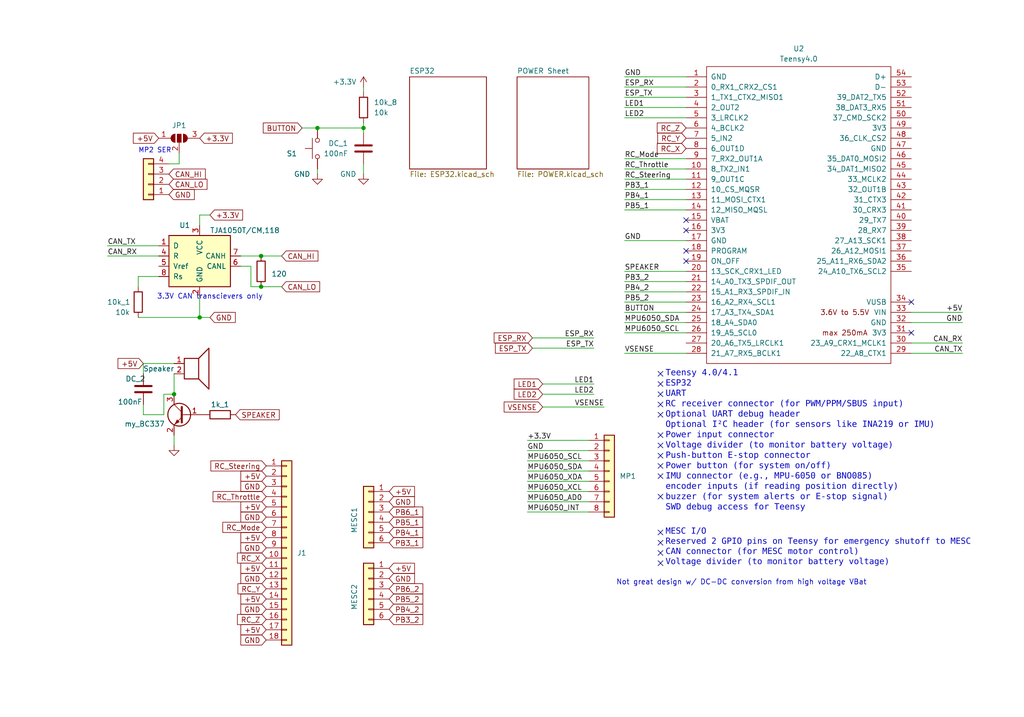
<source format=kicad_sch>
(kicad_sch (version 20231120) (generator "eeschema") (generator_version "8.0")
  (paper "User" 254 177.8)
  (lib_symbols
    (symbol "Connector_Generic:Conn_01x04" (pin_names (offset 1.016) hide)
      (property "Reference" "J" (at 0 5.08 0))
      (property "Value" "Conn_01x04" (at 0 -7.62 0))
      (symbol "Conn_01x04_1_1"
        (rectangle (start -1.27 -4.953) (end 0 -5.207) (stroke (width 0.1524)))
        (rectangle (start -1.27 -2.413) (end 0 -2.667) (stroke (width 0.1524)))
        (rectangle (start -1.27 0.127) (end 0 -0.127) (stroke (width 0.1524)))
        (rectangle (start -1.27 2.667) (end 0 2.413) (stroke (width 0.1524)))
        (rectangle (start -1.27 3.81) (end 1.27 -6.35) (stroke (width 0.254)) (fill (type background)))
        (pin passive line (at -5.08 2.54 0) (length 3.81) (name "Pin_1") (number "1"))
        (pin passive line (at -5.08 0 0) (length 3.81) (name "Pin_2") (number "2"))
        (pin passive line (at -5.08 -2.54 0) (length 3.81) (name "Pin_3") (number "3"))
        (pin passive line (at -5.08 -5.08 0) (length 3.81) (name "Pin_4") (number "4"))
      )
    )
    (symbol "Connector_Generic:Conn_01x06" (pin_names (offset 1.016) hide)
      (property "Reference" "J" (at 0 7.62 0))
      (property "Value" "Conn_01x06" (at 0 -10.16 0))
      (symbol "Conn_01x06_1_1"
        (rectangle (start -1.27 -7.493) (end 0 -7.747) (stroke (width 0.1524)))
        (rectangle (start -1.27 -4.953) (end 0 -5.207) (stroke (width 0.1524)))
        (rectangle (start -1.27 -2.413) (end 0 -2.667) (stroke (width 0.1524)))
        (rectangle (start -1.27 0.127) (end 0 -0.127) (stroke (width 0.1524)))
        (rectangle (start -1.27 2.667) (end 0 2.413) (stroke (width 0.1524)))
        (rectangle (start -1.27 5.207) (end 0 4.953) (stroke (width 0.1524)))
        (rectangle (start -1.27 6.35) (end 1.27 -8.89) (stroke (width 0.254)) (fill (type background)))
        (pin passive line (at -5.08 5.08 0) (length 3.81) (name "Pin_1") (number "1"))
        (pin passive line (at -5.08 2.54 0) (length 3.81) (name "Pin_2") (number "2"))
        (pin passive line (at -5.08 0 0) (length 3.81) (name "Pin_3") (number "3"))
        (pin passive line (at -5.08 -2.54 0) (length 3.81) (name "Pin_4") (number "4"))
        (pin passive line (at -5.08 -5.08 0) (length 3.81) (name "Pin_5") (number "5"))
        (pin passive line (at -5.08 -7.62 0) (length 3.81) (name "Pin_6") (number "6"))
      )
    )
    (symbol "Connector_Generic:Conn_01x08" (pin_names (offset 1.016) hide)
      (property "Reference" "J" (at 0 10.16 0))
      (property "Value" "Conn_01x08" (at 0 -12.7 0))
      (symbol "Conn_01x08_1_1"
        (rectangle (start -1.27 -10.033) (end 0 -10.287) (stroke (width 0.1524)))
        (rectangle (start -1.27 -7.493) (end 0 -7.747) (stroke (width 0.1524)))
        (rectangle (start -1.27 -4.953) (end 0 -5.207) (stroke (width 0.1524)))
        (rectangle (start -1.27 -2.413) (end 0 -2.667) (stroke (width 0.1524)))
        (rectangle (start -1.27 0.127) (end 0 -0.127) (stroke (width 0.1524)))
        (rectangle (start -1.27 2.667) (end 0 2.413) (stroke (width 0.1524)))
        (rectangle (start -1.27 5.207) (end 0 4.953) (stroke (width 0.1524)))
        (rectangle (start -1.27 7.747) (end 0 7.493) (stroke (width 0.1524)))
        (rectangle (start -1.27 8.89) (end 1.27 -11.43) (stroke (width 0.254)) (fill (type background)))
        (pin passive line (at -5.08 7.62 0) (length 3.81) (name "Pin_1") (number "1"))
        (pin passive line (at -5.08 5.08 0) (length 3.81) (name "Pin_2") (number "2"))
        (pin passive line (at -5.08 2.54 0) (length 3.81) (name "Pin_3") (number "3"))
        (pin passive line (at -5.08 0 0) (length 3.81) (name "Pin_4") (number "4"))
        (pin passive line (at -5.08 -2.54 0) (length 3.81) (name "Pin_5") (number "5"))
        (pin passive line (at -5.08 -5.08 0) (length 3.81) (name "Pin_6") (number "6"))
        (pin passive line (at -5.08 -7.62 0) (length 3.81) (name "Pin_7") (number "7"))
        (pin passive line (at -5.08 -10.16 0) (length 3.81) (name "Pin_8") (number "8"))
      )
    )
    (symbol "Connector_Generic:Conn_01x18" (pin_names (offset 1.016) hide)
      (property "Reference" "J" (at 0 22.86 0))
      (property "Value" "Conn_01x18" (at 0 -25.4 0))
      (symbol "Conn_01x18_1_1"
        (rectangle (start -1.27 -22.733) (end 0 -22.987) (stroke (width 0.1524)))
        (rectangle (start -1.27 -20.193) (end 0 -20.447) (stroke (width 0.1524)))
        (rectangle (start -1.27 -17.653) (end 0 -17.907) (stroke (width 0.1524)))
        (rectangle (start -1.27 -15.113) (end 0 -15.367) (stroke (width 0.1524)))
        (rectangle (start -1.27 -12.573) (end 0 -12.827) (stroke (width 0.1524)))
        (rectangle (start -1.27 -10.033) (end 0 -10.287) (stroke (width 0.1524)))
        (rectangle (start -1.27 -7.493) (end 0 -7.747) (stroke (width 0.1524)))
        (rectangle (start -1.27 -4.953) (end 0 -5.207) (stroke (width 0.1524)))
        (rectangle (start -1.27 -2.413) (end 0 -2.667) (stroke (width 0.1524)))
        (rectangle (start -1.27 0.127) (end 0 -0.127) (stroke (width 0.1524)))
        (rectangle (start -1.27 2.667) (end 0 2.413) (stroke (width 0.1524)))
        (rectangle (start -1.27 5.207) (end 0 4.953) (stroke (width 0.1524)))
        (rectangle (start -1.27 7.747) (end 0 7.493) (stroke (width 0.1524)))
        (rectangle (start -1.27 10.287) (end 0 10.033) (stroke (width 0.1524)))
        (rectangle (start -1.27 12.827) (end 0 12.573) (stroke (width 0.1524)))
        (rectangle (start -1.27 15.367) (end 0 15.113) (stroke (width 0.1524)))
        (rectangle (start -1.27 17.907) (end 0 17.653) (stroke (width 0.1524)))
        (rectangle (start -1.27 20.447) (end 0 20.193) (stroke (width 0.1524)))
        (rectangle (start -1.27 21.59) (end 1.27 -24.13) (stroke (width 0.254)) (fill (type background)))
        (pin passive line (at -5.08 20.32 0) (length 3.81) (name "Pin_1") (number "1"))
        (pin passive line (at -5.08 -2.54 0) (length 3.81) (name "Pin_10") (number "10"))
        (pin passive line (at -5.08 -5.08 0) (length 3.81) (name "Pin_11") (number "11"))
        (pin passive line (at -5.08 -7.62 0) (length 3.81) (name "Pin_12") (number "12"))
        (pin passive line (at -5.08 -10.16 0) (length 3.81) (name "Pin_13") (number "13"))
        (pin passive line (at -5.08 -12.7 0) (length 3.81) (name "Pin_14") (number "14"))
        (pin passive line (at -5.08 -15.24 0) (length 3.81) (name "Pin_15") (number "15"))
        (pin passive line (at -5.08 -17.78 0) (length 3.81) (name "Pin_16") (number "16"))
        (pin passive line (at -5.08 -20.32 0) (length 3.81) (name "Pin_17") (number "17"))
        (pin passive line (at -5.08 -22.86 0) (length 3.81) (name "Pin_18") (number "18"))
        (pin passive line (at -5.08 17.78 0) (length 3.81) (name "Pin_2") (number "2"))
        (pin passive line (at -5.08 15.24 0) (length 3.81) (name "Pin_3") (number "3"))
        (pin passive line (at -5.08 12.7 0) (length 3.81) (name "Pin_4") (number "4"))
        (pin passive line (at -5.08 10.16 0) (length 3.81) (name "Pin_5") (number "5"))
        (pin passive line (at -5.08 7.62 0) (length 3.81) (name "Pin_6") (number "6"))
        (pin passive line (at -5.08 5.08 0) (length 3.81) (name "Pin_7") (number "7"))
        (pin passive line (at -5.08 2.54 0) (length 3.81) (name "Pin_8") (number "8"))
        (pin passive line (at -5.08 0 0) (length 3.81) (name "Pin_9") (number "9"))
      )
    )
    (symbol "Device:C" (pin_numbers hide) (pin_names (offset 0.254))
      (property "Reference" "C" (at 0.635 2.54 0))
      (property "Value" "C" (at 0.635 -2.54 0))
      (symbol "C_0_1"
        (polyline (pts (xy -2.032 -0.762) (xy 2.032 -0.762)) (stroke (width 0.508)))
        (polyline (pts (xy -2.032 0.762) (xy 2.032 0.762)) (stroke (width 0.508)))
      )
      (symbol "C_1_1"
        (pin passive line (at 0 3.81 270) (length 2.794) (name "~") (number "1"))
        (pin passive line (at 0 -3.81 90) (length 2.794) (name "~") (number "2"))
      )
    )
    (symbol "Device:R" (pin_numbers hide) (pin_names (offset 0))
      (property "Reference" "R" (at 2.032 0 90))
      (property "Value" "R" (at 0 0 90))
      (symbol "R_0_1"
        (rectangle (start -1.016 -2.54) (end 1.016 2.54) (stroke (width 0.254)))
      )
      (symbol "R_1_1"
        (pin passive line (at 0 3.81 270) (length 1.27) (name "~") (number "1"))
        (pin passive line (at 0 -3.81 90) (length 1.27) (name "~") (number "2"))
      )
    )
    (symbol "Device:Speaker" (pin_names (offset 0) hide)
      (property "Reference" "LS" (at 1.27 5.715 0))
      (property "Value" "Speaker" (at 1.27 3.81 0))
      (symbol "Speaker_0_0"
        (rectangle (start -2.54 1.27) (end 1.016 -3.81) (stroke (width 0.254)))
        (polyline (pts (xy 1.016 1.27) (xy 3.556 3.81) (xy 3.556 -6.35) (xy 1.016 -3.81)) (stroke (width 0.254)))
      )
      (symbol "Speaker_1_1"
        (pin input line (at -5.08 0 0) (length 2.54) (name "1") (number "1"))
        (pin input line (at -5.08 -2.54 0) (length 2.54) (name "2") (number "2"))
      )
    )
    (symbol "Interface_CAN_LIN:SN65HVD230" (pin_names (offset 1.016))
      (property "Reference" "U" (at -2.54 10.16 0))
      (property "Value" "SN65HVD230" (at -2.54 7.62 0))
      (symbol "SN65HVD230_0_1"
        (rectangle (start -7.62 5.08) (end 7.62 -7.62) (stroke (width 0.254)) (fill (type background)))
      )
      (symbol "SN65HVD230_1_1"
        (pin input line (at -10.16 2.54 0) (length 2.54) (name "D") (number "1"))
        (pin power_in line (at 0 -10.16 90) (length 2.54) (name "GND") (number "2"))
        (pin power_in line (at 0 7.62 270) (length 2.54) (name "VCC") (number "3"))
        (pin output line (at -10.16 0 0) (length 2.54) (name "R") (number "4"))
        (pin output line (at -10.16 -2.54 0) (length 2.54) (name "Vref") (number "5"))
        (pin bidirectional line (at 10.16 -2.54 180) (length 2.54) (name "CANL") (number "6"))
        (pin bidirectional line (at 10.16 0 180) (length 2.54) (name "CANH") (number "7"))
        (pin input line (at -10.16 -5.08 0) (length 2.54) (name "Rs") (number "8"))
      )
    )
    (symbol "Jumper:SolderJumper_3_Open" (pin_names (offset 0) hide)
      (property "Reference" "JP" (at -2.54 -2.54 0))
      (property "Value" "SolderJumper_3_Open" (at 0 2.794 0))
      (symbol "SolderJumper_3_Open_0_1"
        (arc (start -1.016 1.016) (mid -2.0276 0) (end -1.016 -1.016))
        (arc (start -1.016 1.016) (mid -2.0276 0) (end -1.016 -1.016) (fill (type outline)))
        (rectangle (start -0.508 1.016) (end 0.508 -1.016) (fill (type outline)))
        (polyline (pts (xy -2.54 0) (xy -2.032 0)))
        (polyline (pts (xy -1.016 1.016) (xy -1.016 -1.016)))
        (polyline (pts (xy 0 -1.27) (xy 0 -1.016)))
        (polyline (pts (xy 1.016 1.016) (xy 1.016 -1.016)))
        (polyline (pts (xy 2.54 0) (xy 2.032 0)))
        (arc (start 1.016 -1.016) (mid 2.0276 0) (end 1.016 1.016))
        (arc (start 1.016 -1.016) (mid 2.0276 0) (end 1.016 1.016) (fill (type outline)))
      )
      (symbol "SolderJumper_3_Open_1_1"
        (pin passive line (at -5.08 0 0) (length 2.54) (name "A") (number "1"))
        (pin passive line (at 0 -3.81 90) (length 2.54) (name "C") (number "2"))
        (pin passive line (at 5.08 0 180) (length 2.54) (name "B") (number "3"))
      )
    )
    (symbol "SW_Push_11" (pin_numbers hide) (pin_names (offset 1.016) hide)
      (property "Reference" "SW" (at 1.27 2.54 0))
      (property "Value" "SW_Push_11" (at 0 -1.524 0))
      (symbol "SW_Push_11_0_1"
        (circle (center -2.032 0) (radius 0.508))
        (polyline (pts (xy 0 1.27) (xy 0 3.048)))
        (polyline (pts (xy 2.54 1.27) (xy -2.54 1.27)))
        (circle (center 2.032 0) (radius 0.508))
        (pin passive line (at -5.08 0 0) (length 2.54) (name "1") (number "1"))
        (pin passive line (at 5.08 0 180) (length 2.54) (name "2") (number "2"))
      )
    )
    (symbol "Transistor_BJT:my_BC337" (pin_names (offset 0) hide)
      (property "Value" "my_BC337" (at 5.08 0.0001 0))
      (symbol "my_BC337_0_1"
        (polyline (pts (xy 0 0) (xy 0.635 0)))
        (polyline (pts (xy 0.635 0.635) (xy 2.54 2.54)))
        (polyline (pts (xy 0.635 -0.635) (xy 2.54 -2.54) (xy 2.54 -2.54)))
        (polyline (pts (xy 0.635 1.905) (xy 0.635 -1.905) (xy 0.635 -1.905)) (stroke (width 0.508)))
        (polyline (pts (xy 1.27 -1.778) (xy 1.778 -1.27) (xy 2.286 -2.286) (xy 1.27 -1.778) (xy 1.27 -1.778)) (fill (type outline)))
        (circle (center 1.27 0) (radius 2.8194) (stroke (width 0.254)))
      )
      (symbol "my_BC337_1_1"
        (pin input line (at -5.08 0 0) (length 5.08) (name "B") (number "1"))
        (pin passive line (at 2.54 -5.08 90) (length 2.54) (name "E") (number "2"))
        (pin passive line (at 2.54 5.08 270) (length 2.54) (name "C") (number "3"))
      )
    )
    (symbol "power:+3.3V" (power) (pin_names (offset 0))
      (property "Value" "+3.3V" (at 0 3.556 0))
      (symbol "+3.3V_0_1"
        (polyline (pts (xy -0.762 1.27) (xy 0 2.54)))
        (polyline (pts (xy 0 0) (xy 0 2.54)))
        (polyline (pts (xy 0 2.54) (xy 0.762 1.27)))
      )
      (symbol "+3.3V_1_1"
        (pin power_in line (at 0 0 90) (length 0) hide (name "+3.3V") (number "1"))
      )
    )
    (symbol "power:GND" (power) (pin_names (offset 0))
      (property "Value" "GND" (at 0 -3.81 0))
      (symbol "GND_0_1"
        (polyline (pts (xy 0 0) (xy 0 -1.27) (xy 1.27 -1.27) (xy 0 -2.54) (xy -1.27 -1.27) (xy 0 -1.27)))
      )
      (symbol "GND_1_1"
        (pin power_in line (at 0 0 270) (length 0) hide (name "GND") (number "1"))
      )
    )
    (symbol "teensy:Teensy4.0" (pin_names (offset 1.016))
      (property "Reference" "U" (at 0 39.37 0))
      (property "Value" "Teensy4.0" (at 0 -39.37 0))
      (symbol "Teensy4.0_0_0"
        (text "3.6V to 5.5V" (at 11.43 -24.13 0) (effects (font (size 1.27 1.27))))
        (text "max 250mA" (at 11.43 -29.21 0) (effects (font (size 1.27 1.27))))
        (pin bidirectional line (at -27.94 11.43 0) (length 5.08) (name "8_TX2_IN1") (number "10"))
        (pin bidirectional line (at -27.94 8.89 0) (length 5.08) (name "9_OUT1C") (number "11"))
        (pin bidirectional line (at -27.94 6.35 0) (length 5.08) (name "10_CS_MQSR") (number "12"))
        (pin bidirectional line (at -27.94 3.81 0) (length 5.08) (name "11_MOSI_CTX1") (number "13"))
        (pin bidirectional line (at -27.94 1.27 0) (length 5.08) (name "12_MISO_MQSL") (number "14"))
        (pin power_in line (at -27.94 -1.27 0) (length 5.08) (name "VBAT") (number "15"))
        (pin power_in line (at -27.94 -3.81 0) (length 5.08) (name "3V3") (number "16"))
        (pin power_in line (at -27.94 -6.35 0) (length 5.08) (name "GND") (number "17"))
        (pin input line (at -27.94 -8.89 0) (length 5.08) (name "PROGRAM") (number "18"))
        (pin input line (at -27.94 -11.43 0) (length 5.08) (name "ON_OFF") (number "19"))
        (pin bidirectional line (at -27.94 -13.97 0) (length 5.08) (name "13_SCK_CRX1_LED") (number "20"))
        (pin bidirectional line (at -27.94 -16.51 0) (length 5.08) (name "14_A0_TX3_SPDIF_OUT") (number "21"))
        (pin bidirectional line (at -27.94 -19.05 0) (length 5.08) (name "15_A1_RX3_SPDIF_IN") (number "22"))
        (pin bidirectional line (at -27.94 -21.59 0) (length 5.08) (name "16_A2_RX4_SCL1") (number "23"))
        (pin bidirectional line (at -27.94 -24.13 0) (length 5.08) (name "17_A3_TX4_SDA1") (number "24"))
        (pin bidirectional line (at -27.94 -26.67 0) (length 5.08) (name "18_A4_SDA0") (number "25"))
        (pin bidirectional line (at -27.94 -29.21 0) (length 5.08) (name "19_A5_SCL0") (number "26"))
        (pin bidirectional line (at -27.94 -31.75 0) (length 5.08) (name "20_A6_TX5_LRCLK1") (number "27"))
        (pin bidirectional line (at -27.94 -34.29 0) (length 5.08) (name "21_A7_RX5_BCLK1") (number "28"))
        (pin bidirectional line (at 27.94 -34.29 180) (length 5.08) (name "22_A8_CTX1") (number "29"))
        (pin bidirectional line (at 27.94 -31.75 180) (length 5.08) (name "23_A9_CRX1_MCLK1") (number "30"))
        (pin power_out line (at 27.94 -29.21 180) (length 5.08) (name "3V3") (number "31"))
        (pin power_in line (at 27.94 -26.67 180) (length 5.08) (name "GND") (number "32"))
        (pin power_in line (at 27.94 -24.13 180) (length 5.08) (name "VIN") (number "33"))
        (pin power_out line (at 27.94 -21.59 180) (length 5.08) (name "VUSB") (number "34"))
        (pin bidirectional line (at 27.94 -13.97 180) (length 5.08) (name "24_A10_TX6_SCL2") (number "35"))
        (pin bidirectional line (at 27.94 -11.43 180) (length 5.08) (name "25_A11_RX6_SDA2") (number "36"))
        (pin bidirectional line (at 27.94 -8.89 180) (length 5.08) (name "26_A12_MOSI1") (number "37"))
        (pin bidirectional line (at 27.94 -6.35 180) (length 5.08) (name "27_A13_SCK1") (number "38"))
        (pin bidirectional line (at 27.94 -3.81 180) (length 5.08) (name "28_RX7") (number "39"))
        (pin bidirectional line (at 27.94 -1.27 180) (length 5.08) (name "29_TX7") (number "40"))
        (pin bidirectional line (at 27.94 1.27 180) (length 5.08) (name "30_CRX3") (number "41"))
        (pin bidirectional line (at 27.94 3.81 180) (length 5.08) (name "31_CTX3") (number "42"))
        (pin bidirectional line (at 27.94 6.35 180) (length 5.08) (name "32_OUT1B") (number "43"))
        (pin bidirectional line (at 27.94 8.89 180) (length 5.08) (name "33_MCLK2") (number "44"))
        (pin bidirectional line (at 27.94 11.43 180) (length 5.08) (name "34_DAT1_MISO2") (number "45"))
        (pin bidirectional line (at 27.94 13.97 180) (length 5.08) (name "35_DAT0_MOSI2") (number "46"))
        (pin power_out line (at 27.94 16.51 180) (length 5.08) (name "GND") (number "47"))
        (pin bidirectional line (at 27.94 19.05 180) (length 5.08) (name "36_CLK_CS2") (number "48"))
        (pin power_out line (at 27.94 21.59 180) (length 5.08) (name "3V3") (number "49"))
        (pin bidirectional line (at -27.94 24.13 0) (length 5.08) (name "3_LRCLK2") (number "5"))
        (pin bidirectional line (at 27.94 24.13 180) (length 5.08) (name "37_CMD_SCK2") (number "50"))
        (pin bidirectional line (at 27.94 26.67 180) (length 5.08) (name "38_DAT3_RX5") (number "51"))
        (pin bidirectional line (at 27.94 29.21 180) (length 5.08) (name "39_DAT2_TX5") (number "52"))
        (pin bidirectional line (at 27.94 31.75 180) (length 5.08) (name "D-") (number "53"))
        (pin bidirectional line (at 27.94 34.29 180) (length 5.08) (name "D+") (number "54"))
        (pin bidirectional line (at -27.94 21.59 0) (length 5.08) (name "4_BCLK2") (number "6"))
        (pin bidirectional line (at -27.94 19.05 0) (length 5.08) (name "5_IN2") (number "7"))
        (pin bidirectional line (at -27.94 16.51 0) (length 5.08) (name "6_OUT1D") (number "8"))
        (pin bidirectional line (at -27.94 13.97 0) (length 5.08) (name "7_RX2_OUT1A") (number "9"))
      )
      (symbol "Teensy4.0_0_1"
        (rectangle (start -22.86 36.83) (end 22.86 -36.83))
        (rectangle (start -20.32 -31.75) (end -20.32 -31.75))
      )
      (symbol "Teensy4.0_1_1"
        (pin power_in line (at -27.94 34.29 0) (length 5.08) (name "GND") (number "1"))
        (pin bidirectional line (at -27.94 31.75 0) (length 5.08) (name "0_RX1_CRX2_CS1") (number "2"))
        (pin bidirectional line (at -27.94 29.21 0) (length 5.08) (name "1_TX1_CTX2_MISO1") (number "3"))
        (pin bidirectional line (at -27.94 26.67 0) (length 5.08) (name "2_OUT2") (number "4"))
      )
    )
    (symbol "two_motor_driver-rescue:GND-power" (power) (pin_names (offset 0))
      (property "Value" "power_GND" (at 0 -3.81 0))
      (symbol "GND-power_0_1"
        (polyline (pts (xy 0 0) (xy 0 -1.27) (xy 1.27 -1.27) (xy 0 -2.54) (xy -1.27 -1.27) (xy 0 -1.27)))
      )
      (symbol "GND-power_1_1"
        (pin power_in line (at 0 0 270) (length 0) hide (name "GND") (number "1"))
      )
    )
  )
  (junction (at 90.17 31.75))
  (junction (at 43.18 97.79))
  (junction (at 49.53 78.74))
  (junction (at 64.77 63.5))
  (junction (at 78.74 31.75))
  (junction (at 64.77 71.12))
  (no_connect (at 163.83 123.19))
  (no_connect (at 163.83 95.25))
  (no_connect (at 163.83 97.79))
  (no_connect (at 163.83 102.87))
  (no_connect (at 170.18 64.77))
  (no_connect (at 163.83 134.62))
  (no_connect (at 163.83 100.33))
  (no_connect (at 163.83 92.71))
  (no_connect (at 163.83 113.03))
  (no_connect (at 170.18 62.23))
  (no_connect (at 163.83 115.57))
  (no_connect (at 226.06 82.55))
  (no_connect (at 163.83 132.08))
  (no_connect (at 170.18 57.15))
  (no_connect (at 163.83 110.49))
  (no_connect (at 170.18 54.61))
  (no_connect (at 163.83 118.11))
  (no_connect (at 226.06 74.93))
  (no_connect (at 163.83 107.95))
  (no_connect (at 163.83 139.7))
  (no_connect (at 163.83 137.16))
  (wire (pts (xy 154.94 82.55) (xy 170.18 82.55)))
  (wire (pts (xy 130.81 127) (xy 146.05 127)))
  (wire (pts (xy 90.17 30.48) (xy 90.17 31.75)))
  (wire (pts (xy 62.23 71.12) (xy 64.77 71.12)))
  (wire (pts (xy 154.94 59.69) (xy 170.18 59.69)))
  (wire (pts (xy 130.81 119.38) (xy 146.05 119.38)))
  (wire (pts (xy 74.93 31.75) (xy 78.74 31.75)))
  (wire (pts (xy 90.17 21.59) (xy 90.17 22.86)))
  (wire (pts (xy 34.29 68.58) (xy 39.37 68.58)))
  (wire (pts (xy 154.94 44.45) (xy 170.18 44.45)))
  (wire (pts (xy 238.76 87.63) (xy 226.06 87.63)))
  (wire (pts (xy 238.76 85.09) (xy 226.06 85.09)))
  (wire (pts (xy 52.07 78.74) (xy 49.53 78.74)))
  (wire (pts (xy 34.29 68.58) (xy 34.29 71.12)))
  (wire (pts (xy 238.76 77.47) (xy 226.06 77.47)))
  (wire (pts (xy 44.45 40.64) (xy 44.45 38.1)))
  (wire (pts (xy 147.32 86.36) (xy 132.08 86.36)))
  (wire (pts (xy 130.81 109.22) (xy 146.05 109.22)))
  (wire (pts (xy 130.81 111.76) (xy 146.05 111.76)))
  (wire (pts (xy 154.94 74.93) (xy 170.18 74.93)))
  (wire (pts (xy 130.81 114.3) (xy 146.05 114.3)))
  (wire (pts (xy 154.94 24.13) (xy 170.18 24.13)))
  (wire (pts (xy 154.94 39.37) (xy 170.18 39.37)))
  (wire (pts (xy 26.67 60.96) (xy 39.37 60.96)))
  (wire (pts (xy 40.64 97.79) (xy 43.18 97.79)))
  (wire (pts (xy 154.94 29.21) (xy 170.18 29.21)))
  (wire (pts (xy 154.94 72.39) (xy 170.18 72.39)))
  (wire (pts (xy 154.94 87.63) (xy 170.18 87.63)))
  (wire (pts (xy 154.94 46.99) (xy 170.18 46.99)))
  (wire (pts (xy 154.94 77.47) (xy 170.18 77.47)))
  (wire (pts (xy 35.56 90.17) (xy 35.56 92.71)))
  (wire (pts (xy 78.74 43.18) (xy 78.74 41.91)))
  (wire (pts (xy 59.69 63.5) (xy 64.77 63.5)))
  (wire (pts (xy 41.91 40.64) (xy 44.45 40.64)))
  (wire (pts (xy 43.18 107.95) (xy 43.18 110.49)))
  (wire (pts (xy 134.62 95.25) (xy 147.32 95.25)))
  (wire (pts (xy 64.77 63.5) (xy 69.85 63.5)))
  (wire (pts (xy 147.32 83.82) (xy 132.08 83.82)))
  (wire (pts (xy 62.23 66.04) (xy 62.23 71.12)))
  (wire (pts (xy 154.94 41.91) (xy 170.18 41.91)))
  (wire (pts (xy 78.74 31.75) (xy 90.17 31.75)))
  (wire (pts (xy 154.94 80.01) (xy 170.18 80.01)))
  (wire (pts (xy 130.81 124.46) (xy 146.05 124.46)))
  (wire (pts (xy 59.69 66.04) (xy 62.23 66.04)))
  (wire (pts (xy 64.77 71.12) (xy 69.85 71.12)))
  (wire (pts (xy 130.81 116.84) (xy 146.05 116.84)))
  (wire (pts (xy 35.56 90.17) (xy 43.18 90.17)))
  (wire (pts (xy 154.94 67.31) (xy 170.18 67.31)))
  (wire (pts (xy 90.17 43.18) (xy 90.17 40.64)))
  (wire (pts (xy 40.64 102.87) (xy 40.64 97.79)))
  (wire (pts (xy 154.94 19.05) (xy 170.18 19.05)))
  (wire (pts (xy 154.94 49.53) (xy 170.18 49.53)))
  (wire (pts (xy 154.94 26.67) (xy 170.18 26.67)))
  (wire (pts (xy 130.81 121.92) (xy 146.05 121.92)))
  (wire (pts (xy 154.94 52.07) (xy 170.18 52.07)))
  (wire (pts (xy 26.67 63.5) (xy 39.37 63.5)))
  (wire (pts (xy 49.53 53.34) (xy 49.53 55.88)))
  (wire (pts (xy 49.53 73.66) (xy 49.53 78.74)))
  (wire (pts (xy 154.94 69.85) (xy 170.18 69.85)))
  (wire (pts (xy 134.62 97.79) (xy 147.32 97.79)))
  (wire (pts (xy 90.17 31.75) (xy 90.17 33.02)))
  (wire (pts (xy 154.94 21.59) (xy 170.18 21.59)))
  (wire (pts (xy 35.56 100.33) (xy 35.56 102.87)))
  (wire (pts (xy 34.29 78.74) (xy 49.53 78.74)))
  (wire (pts (xy 35.56 102.87) (xy 40.64 102.87)))
  (wire (pts (xy 149.86 100.965) (xy 134.62 100.965)))
  (wire (pts (xy 43.18 92.71) (xy 43.18 97.79)))
  (wire (pts (xy 52.07 53.34) (xy 49.53 53.34)))
  (wire (pts (xy 238.76 80.01) (xy 226.06 80.01)))
  (text "Teensy 4.0/4.1\nESP32\nUART\nRC receiver connector (for PWM/PPM/SBUS input)\nOptional UART debug header\nOptional I²C header (for sensors like INA219 or IMU)\nPower input connector\nVoltage divider (to monitor battery voltage)\nPush-button E-stop connector\nPower button (for system on/off)\nIMU connector (e.g., MPU-6050 or BNO085)\nencoder inputs (if reading position directly)\nbuzzer (for system alerts or E-stop signal)\nSWD debug access for Teensy\n" (at 165.1 109.728 0) (effects (font (size 1.524 1.524)) (justify left)))
  (text "MP2 SER" (at 34.29 38.1 0) (effects (font (size 1.2 1.2)) (justify left bottom)))
  (text "MESC I/O\nReserved 2 GPIO pins on Teensy for emergency shutoff to MESC\nCAN connector (for MESC motor control)\nVoltage divider (to monitor battery voltage)\n\n" (at 165.1 137.414 0) (effects (font (size 1.4986 1.4986)) (justify left)))
  (text "3.3V CAN transcievers only" (at 52.07 73.66 0) (effects (font (size 1.27 1.27))))
  (text "Not great design w/ DC-DC conversion from high voltage VBat " (at 184.404 144.526 0) (effects (font (size 1.27 1.27))))
  (label "LED2" (at 147.32 97.79 180))
  (label "ESP_RX" (at 154.94 21.59 0))
  (label "CAN_RX" (at 238.76 85.09 180))
  (label "GND" (at 238.76 80.01 180))
  (label "VSENSE" (at 154.94 87.63 0))
  (label "MPU6050_XCL" (at 130.81 121.92 0))
  (label "ESP_RX" (at 147.32 83.82 180))
  (label "PB4_2" (at 154.94 72.39 0))
  (label "PB5_1" (at 154.94 52.07 0))
  (label "MPU6050_SCL" (at 130.81 114.3 0))
  (label "CAN_TX" (at 238.76 87.63 180))
  (label "MPU6050_AD0" (at 130.81 124.46 0))
  (label "PB3_2" (at 154.94 69.85 0))
  (label "GND" (at 154.94 19.05 0))
  (label "PB3_1" (at 154.94 46.99 0))
  (label "RC_Steering" (at 154.94 44.45 0))
  (label "GND" (at 154.94 59.69 0))
  (label "SPEAKER" (at 154.94 67.31 0))
  (label "ESP_TX" (at 154.94 24.13 0))
  (label "MPU6050_SCL" (at 154.94 82.55 0))
  (label "MPU6050_INT" (at 130.81 127 0))
  (label "MPU6050_SDA" (at 130.81 116.84 0))
  (label "CAN_RX" (at 26.67 63.5 0))
  (label "GND" (at 130.81 111.76 0))
  (label "LED2" (at 154.94 29.21 0))
  (label "VSENSE" (at 149.86 100.965 180))
  (label "+5V" (at 238.76 77.47 180))
  (label "RC_Mode" (at 154.94 39.37 0))
  (label "BUTTON" (at 154.94 77.47 0))
  (label "RC_Throttle" (at 154.94 41.91 0))
  (label "PB4_1" (at 154.94 49.53 0))
  (label "LED1" (at 147.32 95.25 180))
  (label "MPU6050_SDA" (at 154.94 80.01 0))
  (label "CAN_TX" (at 26.67 60.96 0))
  (label "LED1" (at 154.94 26.67 0))
  (label "PB5_2" (at 154.94 74.93 0))
  (label "+3.3V" (at 130.81 109.22 0))
  (label "ESP_TX" (at 147.32 86.36 180))
  (label "MPU6050_XDA" (at 130.81 119.38 0))
  (global_label "+5V" (shape input) (at 35.56 90.17 180) (property "Intersheetrefs" "${INTERSHEET_REFS}" (effects (hide yes))))
  (global_label "+5V" (shape input) (at 66.04 118.11 180) (property "Intersheetrefs" "${INTERSHEET_REFS}" (effects (hide yes))))
  (global_label "+3.3V" (shape input) (at 49.53 34.29 0) (property "Intersheetrefs" "${INTERSHEET_REFS}" (effects (hide yes))))
  (global_label "+5V" (shape input) (at 66.04 140.97 180) (property "Intersheetrefs" "${INTERSHEET_REFS}" (effects (hide yes))))
  (global_label "PB4_2" (shape input) (at 96.52 151.13 0) (property "Intersheetrefs" "${INTERSHEET_REFS}" (effects (hide yes))))
  (global_label "LED2" (shape input) (at 134.62 97.79 180) (property "Intersheetrefs" "${INTERSHEET_REFS}" (effects (hide yes))))
  (global_label "GND" (shape input) (at 96.52 143.51 0) (property "Intersheetrefs" "${INTERSHEET_REFS}" (effects (hide yes))))
  (global_label "PB3_1" (shape input) (at 96.52 134.62 0) (property "Intersheetrefs" "${INTERSHEET_REFS}" (effects (hide yes))))
  (global_label "+5V" (shape input) (at 66.04 148.59 180) (property "Intersheetrefs" "${INTERSHEET_REFS}" (effects (hide yes))))
  (global_label "+5V" (shape input) (at 39.37 34.29 180) (property "Intersheetrefs" "${INTERSHEET_REFS}" (effects (hide yes))))
  (global_label "GND" (shape input) (at 96.52 124.46 0) (property "Intersheetrefs" "${INTERSHEET_REFS}" (effects (hide yes))))
  (global_label "GND" (shape input) (at 52.07 78.74 0) (property "Intersheetrefs" "${INTERSHEET_REFS}" (effects (hide yes))))
  (global_label "RC_X" (shape input) (at 66.04 138.43 180) (property "Intersheetrefs" "${INTERSHEET_REFS}" (effects (hide yes))))
  (global_label "GND" (shape input) (at 66.04 120.65 180) (property "Intersheetrefs" "${INTERSHEET_REFS}" (effects (hide yes))))
  (global_label "LED1" (shape input) (at 134.62 95.25 180) (property "Intersheetrefs" "${INTERSHEET_REFS}" (effects (hide yes))))
  (global_label "+5V" (shape input) (at 96.52 121.92 0) (property "Intersheetrefs" "${INTERSHEET_REFS}" (effects (hide yes))))
  (global_label "RC_Y" (shape input) (at 66.04 146.05 180) (property "Intersheetrefs" "${INTERSHEET_REFS}" (effects (hide yes))))
  (global_label "PB6_2" (shape input) (at 96.52 146.05 0) (property "Intersheetrefs" "${INTERSHEET_REFS}" (effects (hide yes))))
  (global_label "ESP_RX" (shape input) (at 132.08 83.82 180) (property "Intersheetrefs" "${INTERSHEET_REFS}" (effects (hide yes))))
  (global_label "GND" (shape input) (at 41.91 48.26 0) (property "Intersheetrefs" "${INTERSHEET_REFS}" (effects (hide yes))))
  (global_label "+5V" (shape input) (at 96.52 140.97 0) (property "Intersheetrefs" "${INTERSHEET_REFS}" (effects (hide yes))))
  (global_label "PB3_2" (shape input) (at 96.52 153.67 0) (property "Intersheetrefs" "${INTERSHEET_REFS}" (effects (hide yes))))
  (global_label "RC_Mode" (shape input) (at 66.04 130.81 180) (property "Intersheetrefs" "${INTERSHEET_REFS}" (effects (hide yes))))
  (global_label "RC_Steering" (shape input) (at 66.04 115.57 180) (property "Intersheetrefs" "${INTERSHEET_REFS}" (effects (hide yes))))
  (global_label "GND" (shape input) (at 66.04 128.27 180) (property "Intersheetrefs" "${INTERSHEET_REFS}" (effects (hide yes))))
  (global_label "PB6_1" (shape input) (at 96.52 127 0) (property "Intersheetrefs" "${INTERSHEET_REFS}" (effects (hide yes))))
  (global_label "ESP_TX" (shape input) (at 132.08 86.36 180) (property "Intersheetrefs" "${INTERSHEET_REFS}" (effects (hide yes))))
  (global_label "CAN_LO" (shape input) (at 69.85 71.12 0) (property "Intersheetrefs" "${INTERSHEET_REFS}" (effects (hide yes))))
  (global_label "+5V" (shape input) (at 66.04 133.35 180) (property "Intersheetrefs" "${INTERSHEET_REFS}" (effects (hide yes))))
  (global_label "GND" (shape input) (at 66.04 158.75 180) (property "Intersheetrefs" "${INTERSHEET_REFS}" (effects (hide yes))))
  (global_label "CAN_HI" (shape input) (at 41.91 43.18 0) (property "Intersheetrefs" "${INTERSHEET_REFS}" (effects (hide yes))))
  (global_label "RC_Y" (shape input) (at 170.18 34.29 180) (property "Intersheetrefs" "${INTERSHEET_REFS}" (effects (hide yes))))
  (global_label "PB4_1" (shape input) (at 96.52 132.08 0) (property "Intersheetrefs" "${INTERSHEET_REFS}" (effects (hide yes))))
  (global_label "PB5_2" (shape input) (at 96.52 148.59 0) (property "Intersheetrefs" "${INTERSHEET_REFS}" (effects (hide yes))))
  (global_label "CAN_HI" (shape input) (at 69.85 63.5 0) (property "Intersheetrefs" "${INTERSHEET_REFS}" (effects (hide yes))))
  (global_label "RC_X" (shape input) (at 170.18 36.83 180) (property "Intersheetrefs" "${INTERSHEET_REFS}" (effects (hide yes))))
  (global_label "PB5_1" (shape input) (at 96.52 129.54 0) (property "Intersheetrefs" "${INTERSHEET_REFS}" (effects (hide yes))))
  (global_label "RC_Z" (shape input) (at 66.04 153.67 180) (property "Intersheetrefs" "${INTERSHEET_REFS}" (effects (hide yes))))
  (global_label "GND" (shape input) (at 66.04 151.13 180) (property "Intersheetrefs" "${INTERSHEET_REFS}" (effects (hide yes))))
  (global_label "GND" (shape input) (at 66.04 135.89 180) (property "Intersheetrefs" "${INTERSHEET_REFS}" (effects (hide yes))))
  (global_label "RC_Z" (shape input) (at 170.18 31.75 180) (property "Intersheetrefs" "${INTERSHEET_REFS}" (effects (hide yes))))
  (global_label "GND" (shape input) (at 66.04 143.51 180) (property "Intersheetrefs" "${INTERSHEET_REFS}" (effects (hide yes))))
  (global_label "+5V" (shape input) (at 66.04 125.73 180) (property "Intersheetrefs" "${INTERSHEET_REFS}" (effects (hide yes))))
  (global_label "+3.3V" (shape input) (at 52.07 53.34 0) (property "Intersheetrefs" "${INTERSHEET_REFS}" (effects (hide yes))))
  (global_label "VSENSE" (shape input) (at 134.62 100.965 180) (property "Intersheetrefs" "${INTERSHEET_REFS}" (effects (hide yes))))
  (global_label "CAN_LO" (shape input) (at 41.91 45.72 0) (property "Intersheetrefs" "${INTERSHEET_REFS}" (effects (hide yes))))
  (global_label "+5V" (shape input) (at 66.04 156.21 180) (property "Intersheetrefs" "${INTERSHEET_REFS}" (effects (hide yes))))
  (global_label "RC_Throttle" (shape input) (at 66.04 123.19 180) (property "Intersheetrefs" "${INTERSHEET_REFS}" (effects (hide yes))))
  (global_label "SPEAKER" (shape input) (at 58.42 102.87 0) (property "Intersheetrefs" "${INTERSHEET_REFS}" (effects (hide yes))))
  (global_label "BUTTON" (shape input) (at 74.93 31.75 180) (property "Intersheetrefs" "${INTERSHEET_REFS}" (effects (hide yes))))
  (symbol (lib_id "Jumper:SolderJumper_3_Open") (at 44.45 34.29 0) (unit 1) (in_bom no)
    (property "Reference" "JP1" (at 44.45 31.115 0))
    (property "Value" "SolderJumper_3_Open" (effects (hide yes)))
    (property "Footprint" "Jumper:SolderJumper-3_P1.3mm_Open_Pad1.0x1.5mm" (effects (hide yes)))
  )
  (symbol (lib_id "Device:R") (at 64.77 67.31 180) (unit 1)
    (property "Reference" "R_120" (effects (hide yes)))
    (property "Value" "120" (at 67.31 67.945 0) (effects (justify right)))
    (property "Footprint" "Resistor_SMD:R_0603_1608Metric" (effects (hide yes)))
    (property "LCSC" "C17437" (effects (hide yes)))
  )
  (symbol (lib_id "teensy:Teensy4.0") (at 198.12 53.34 0) (unit 1)
    (property "Reference" "U2" (at 198.12 12.065 0))
    (property "Value" "Teensy4.0" (at 198.12 14.605 0))
    (property "Footprint" "teensy:Teensy40" (effects (hide yes)))
  )
  (symbol (lib_id "Transistor_BJT:my_BC337") (at 45.72 102.87 0) (mirror y) (unit 1)
    (property "Reference" "Q1" (effects (hide yes)))
    (property "Value" "my_BC337" (at 40.894 105.156 0) (effects (justify left)))
    (property "Footprint" "Package_TO_SOT_SMD:SOT-23" (effects (hide yes)))
    (property "Datasheet" "https://diotec.com/tl_files/diotec/files/pdf/datasheets/bc337.pdf" (effects (hide yes)))
    (property "Description" "0.8A Ic, 45V Vce, NPN Transistor, TO-92" (effects (hide yes)))
  )
  (symbol (lib_id "power:GND") (at 78.74 43.18 0) (unit 1)
    (property "Reference" "#PWR012" (effects (hide yes)))
    (property "Value" "GND" (at 74.93 43.18 0))
  )
  (symbol (lib_id "Device:R") (at 34.29 74.93 0) (unit 1)
    (property "Reference" "10k_1" (at 32.385 74.93 0) (effects (justify right)))
    (property "Value" "10k" (at 28.575 77.47 0) (effects (justify left)))
    (property "Footprint" "Resistor_SMD:R_0603_1608Metric" (effects (hide yes)))
    (property "LCSC" "C25804" (effects (hide yes)))
  )
  (symbol (lib_id "power:+3.3V") (at 90.17 21.59 0) (unit 1)
    (property "Reference" "#PWR026" (effects (hide yes)))
    (property "Value" "+3.3V" (at 82.55 20.32 0) (effects (justify left)))
  )
  (symbol (lib_name "SW_Push_11") (lib_id "Switch:SW_Push") (at 78.74 36.83 90) (unit 1)
    (property "Reference" "S1" (at 72.39 38.1 90))
    (property "Value" "TL3342F160QG" (effects (hide yes)))
    (property "Footprint" "Button_Switch_SMD:SW_SPST_B3SL-1022P" (effects (hide yes)))
    (property "MANUFACTURER" "E SWITCH" (effects (hide yes)))
    (property "LCSC" "C318884" (effects (hide yes)))
  )
  (symbol (lib_id "Connector_Generic:Conn_01x06") (at 91.44 146.05 0) (mirror y) (unit 1) (in_bom no)
    (property "Reference" "MESC2" (at 87.884 148.082 90))
    (property "Value" "Conn_01x06" (effects (hide yes)))
    (property "Footprint" "Connector_JST:JST_PH_B6B-PH-K_1x06_P2.00mm_Vertical" (effects (hide yes)))
  )
  (symbol (lib_id "Connector_Generic:Conn_01x06") (at 91.44 127 0) (mirror y) (unit 1) (in_bom no)
    (property "Reference" "MESC1" (at 87.884 129.032 90))
    (property "Value" "Conn_01x06" (effects (hide yes)))
    (property "Footprint" "Connector_JST:JST_PH_B6B-PH-K_1x06_P2.00mm_Vertical" (effects (hide yes)))
  )
  (symbol (lib_id "Device:R") (at 90.17 26.67 180) (unit 1)
    (property "Reference" "10k_8" (at 92.71 25.3999 0) (effects (justify right)))
    (property "Value" "10k" (at 92.71 27.9399 0) (effects (justify right)))
    (property "Footprint" "Resistor_SMD:R_0603_1608Metric" (effects (hide yes)))
    (property "LCSC" "C25804" (effects (hide yes)))
  )
  (symbol (lib_id "Interface_CAN_LIN:SN65HVD230") (at 49.53 63.5 0) (unit 1)
    (property "Reference" "U1" (at 44.45 55.88 0) (effects (justify left)))
    (property "Value" "TJA1050T/CM,118" (at 52.07 57.15 0) (effects (justify left)))
    (property "Footprint" "Package_SO:SOIC-8_3.9x4.9mm_P1.27mm" (effects (hide yes)))
    (property "Datasheet" "https://jlcpcb.com/partdetail/NxpSemicon-TJA1050T_CM118/C6952#:~:text=Datasheet-,Download,-Source" (effects (hide yes)))
    (property "LCSC" "C6952" (effects (hide yes)))
  )
  (symbol (lib_id "Device:C") (at 90.17 36.83 0) (mirror x) (unit 1)
    (property "Reference" "DC_1" (at 86.36 35.5599 0) (effects (justify right)))
    (property "Value" "100nF" (at 86.36 38.0999 0) (effects (justify right)))
    (property "Footprint" "Capacitor_SMD:C_0603_1608Metric" (effects (hide yes)))
    (property "LCSC" "C14663" (effects (hide yes)))
  )
  (symbol (lib_id "Device:C") (at 35.56 96.52 0) (unit 1)
    (property "Reference" "DC_2" (at 31.115 93.98 0) (effects (justify left)))
    (property "Value" "100nF" (at 29.21 99.695 0) (effects (justify left)))
    (property "Footprint" "Capacitor_SMD:C_0603_1608Metric" (effects (hide yes)))
    (property "Datasheet" "https://www.mouser.com/ProductDetail/TDK/C2012X7R2A104K125AA?qs=NRhsANhppD9J0ZsT2%2Fo%2F7Q%3D%3D" (effects (hide yes)))
    (property "P/N" "810-C2012X7R2A104K" (effects (hide yes)))
    (property "Group#" "5" (effects (hide yes)))
  )
  (symbol (lib_id "Connector_Generic:Conn_01x18") (at 71.12 135.89 0) (unit 1)
    (property "Reference" "J1" (at 73.66 137.1599 0) (effects (justify left)))
    (property "Value" "Conn_01x18" (effects (hide yes)))
    (property "Footprint" "Connector_PinSocket_2.54mm:my_PinSocket_3x07_P2.54mm_Vertical" (effects (hide yes)))
    (property "Description" "Generic connector, single row, 01x18, script generated (kicad-library-utils/schlib/autogen/connector/)" (effects (hide yes)))
  )
  (symbol (lib_id "two_motor_driver-rescue:GND-power") (at 43.18 110.49 0) (mirror y) (unit 1)
    (property "Reference" "#PWR03" (effects (hide yes)))
    (property "Value" "GND" (effects (hide yes)))
  )
  (symbol (lib_id "Connector_Generic:Conn_01x08") (at 151.13 116.84 0) (unit 1)
    (property "Reference" "MP1" (at 153.67 118.1099 0) (effects (justify left)))
    (property "Value" "Conn_01x08" (effects (hide yes)))
    (property "Footprint" "Connector_PinSocket_2.54mm:PinSocket_1x08_P2.54mm_Vertical" (effects (hide yes)))
    (property "Description" "Generic connector, single row, 01x08, script generated (kicad-library-utils/schlib/autogen/connector/)" (effects (hide yes)))
  )
  (symbol (lib_id "Connector_Generic:Conn_01x04") (at 36.83 45.72 180) (unit 1) (in_bom no)
    (property "Reference" "CAN1" (effects (hide yes)))
    (property "Value" "Conn_01x04" (effects (hide yes)))
    (property "Footprint" "Connector_JST:JST_PH_B4B-PH-K_1x04_P2.00mm_Vertical" (effects (hide yes)))
  )
  (symbol (lib_id "Device:R") (at 54.61 102.87 90) (unit 1)
    (property "Reference" "1k_1" (at 56.896 100.33 90) (effects (justify left)))
    (property "Value" "10k" (effects (hide yes)))
    (property "Footprint" "Resistor_SMD:R_0603_1608Metric" (effects (hide yes)))
    (property "Datasheet" "https://www.mouser.com/ProductDetail/ROHM-Semiconductor/ESR10EZPF1002?qs=DyUWGjl%252BcVujU2u8up15oQ%3D%3D" (effects (hide yes)))
    (property "P/N" "755-ESR10EZPF1002" (effects (hide yes)))
    (property "Group#" "13" (effects (hide yes)))
  )
  (symbol (lib_id "Device:Speaker") (at 48.26 90.17 0) (unit 1)
    (property "Reference" "LS1" (effects (hide yes)))
    (property "Value" "Speaker" (at 39.37 91.44 0))
    (property "Footprint" "CDS-13138-SMT-TR:SPKR_CDS-13138-SMT-TR" (effects (hide yes)))
    (property "Description" "Speaker" (effects (hide yes)))
  )
  (symbol (lib_id "power:GND") (at 90.17 43.18 0) (unit 1)
    (property "Reference" "#PWR027" (effects (hide yes)))
    (property "Value" "GND" (at 86.36 43.18 0))
  )
  (sheet (at 128.27 19.05) (size 17.78 22.86) (stroke (width 0.1524))
    (property "Sheetname" "POWER Sheet" (at 128.27 18.3384 0) (effects (justify left bottom)))
    (property "Sheetfile" "POWER.kicad_sch" (at 128.27 42.4946 0) (effects (justify left top)))
  )
  (sheet (at 101.6 19.05) (size 19.05 22.86) (stroke (width 0.1524))
    (property "Sheetname" "ESP32" (at 101.6 18.3384 0) (effects (justify left bottom)))
    (property "Sheetfile" "ESP32.kicad_sch" (at 101.6 42.4946 0) (effects (justify left top)))
  )
)
</source>
